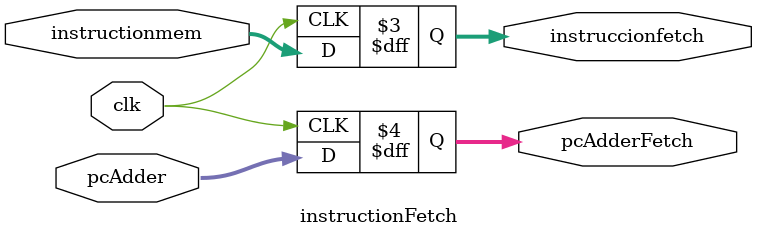
<source format=v>
`timescale 1ns/1ns
module instructionFetch(
    input clk,
    input [31:0]instructionmem,
    input [31:0]pcAdder,
    output reg [31:0]instruccionfetch,
    output reg [31:0]pcAdderFetch
);

initial begin
    instruccionfetch=0;
    pcAdderFetch=0;
end

always @(posedge clk)begin
    pcAdderFetch <= pcAdder;
    instruccionfetch <= instructionmem;
end

endmodule

</source>
